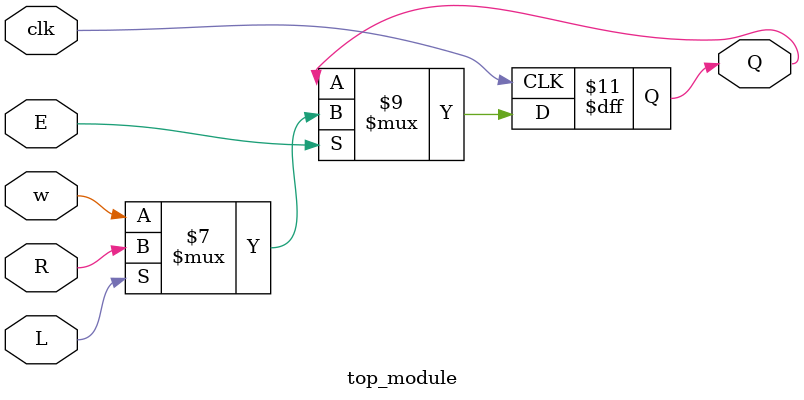
<source format=sv>
module top_module (
	input clk,
	input w,
	input R,
	input E,
	input L,
	output reg Q
);

always @(posedge clk) begin
	if (E == 1'b1) begin
		if (L == 1'b1)
			Q <= R;
		else
			Q <= w;
	end
end

assign Q = (E == 1'b0) ? Q : Q;

endmodule

</source>
